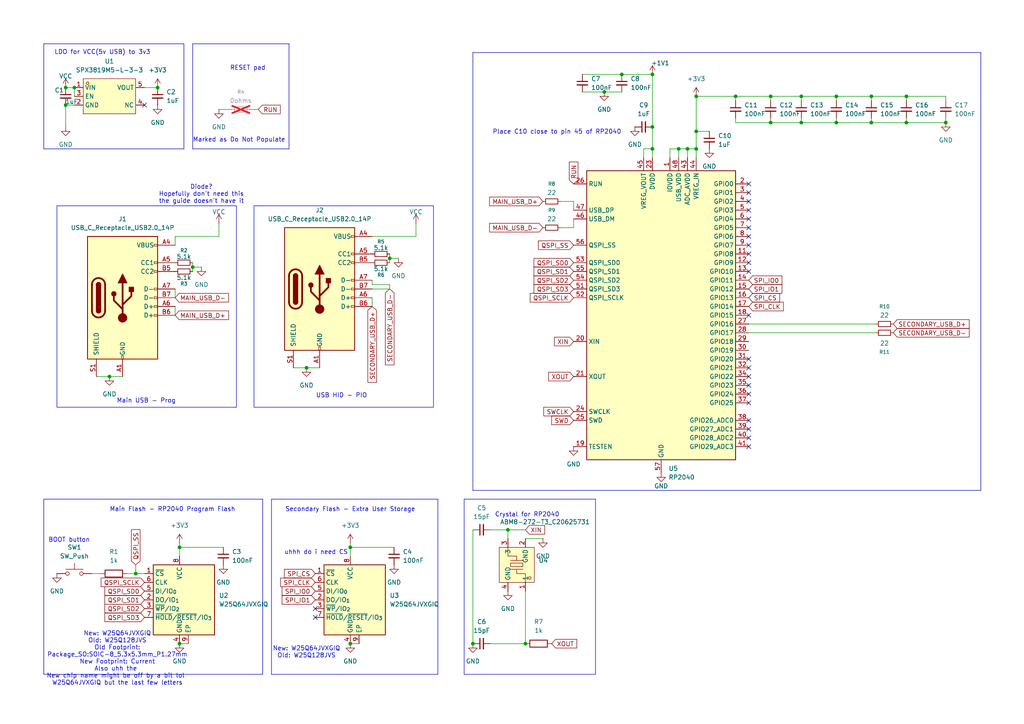
<source format=kicad_sch>
(kicad_sch (version 20250114) (generator "eeschema") (generator_version "9.0")
  (paper "A4")
  (lib_symbols
    (symbol "Connector:USB_C_Receptacle_USB2.0_14P" (pin_names (offset 1.016))
      (property "Reference" "J" (at 0 22.225 0))
      (property "Value" "USB_C_Receptacle_USB2.0_14P" (at 0 19.685 0))
      (symbol "USB_C_Receptacle_USB2.0_14P_0_0"
        (rectangle (start -0.254 -17.78) (end 0.254 -16.764))
        (rectangle (start 10.16 15.494) (end 9.144 14.986))
        (rectangle (start 10.16 10.414) (end 9.144 9.906))
        (rectangle (start 10.16 7.874) (end 9.144 7.366))
        (rectangle (start 10.16 2.794) (end 9.144 2.286))
        (rectangle (start 10.16 0.254) (end 9.144 -0.254))
        (rectangle (start 10.16 -2.286) (end 9.144 -2.794))
        (rectangle (start 10.16 -4.826) (end 9.144 -5.334))
      )
      (symbol "USB_C_Receptacle_USB2.0_14P_0_1"
        (rectangle (start -10.16 17.78) (end 10.16 -17.78) (stroke (width 0.254)) (fill (type background)))
        (polyline (pts (xy -8.89 -3.81) (xy -8.89 3.81)) (stroke (width 0.508)))
        (rectangle (start -7.62 -3.81) (end -6.35 3.81) (stroke (width 0.254)) (fill (type outline)))
        (arc (start -7.62 3.81) (mid -6.985 4.4423) (end -6.35 3.81) (stroke (width 0.254)))
        (arc (start -7.62 3.81) (mid -6.985 4.4423) (end -6.35 3.81) (stroke (width 0.254)) (fill (type outline)))
        (arc (start -8.89 3.81) (mid -6.985 5.7067) (end -5.08 3.81) (stroke (width 0.508)))
        (arc (start -5.08 -3.81) (mid -6.985 -5.7067) (end -8.89 -3.81) (stroke (width 0.508)))
        (arc (start -6.35 -3.81) (mid -6.985 -4.4423) (end -7.62 -3.81) (stroke (width 0.254)))
        (arc (start -6.35 -3.81) (mid -6.985 -4.4423) (end -7.62 -3.81) (stroke (width 0.254)) (fill (type outline)))
        (polyline (pts (xy -5.08 3.81) (xy -5.08 -3.81)) (stroke (width 0.508)))
        (circle (center -2.54 1.143) (radius 0.635) (stroke (width 0.254)) (fill (type outline)))
        (polyline (pts (xy -1.27 4.318) (xy 0 6.858) (xy 1.27 4.318) (xy -1.27 4.318)) (stroke (width 0.254)) (fill (type outline)))
        (polyline (pts (xy 0 -2.032) (xy 2.54 0.508) (xy 2.54 1.778)) (stroke (width 0.508)))
        (polyline (pts (xy 0 -3.302) (xy -2.54 -0.762) (xy -2.54 0.508)) (stroke (width 0.508)))
        (polyline (pts (xy 0 -5.842) (xy 0 4.318)) (stroke (width 0.508)))
        (circle (center 0 -5.842) (radius 1.27) (fill (type outline)))
        (rectangle (start 1.905 1.778) (end 3.175 3.048) (stroke (width 0.254)) (fill (type outline)))
      )
      (symbol "USB_C_Receptacle_USB2.0_14P_1_1"
        (pin passive line (at -7.62 -22.86 90) (length 5.08) (name "SHIELD") (number "S1"))
        (pin passive line (at 0 -22.86 90) (length 5.08) (name "GND") (number "A1"))
        (pin passive line (at 0 -22.86 90) (length 5.08) (hide yes) (name "GND") (number "A12"))
        (pin passive line (at 0 -22.86 90) (length 5.08) (hide yes) (name "GND") (number "B1"))
        (pin passive line (at 0 -22.86 90) (length 5.08) (hide yes) (name "GND") (number "B12"))
        (pin passive line (at 15.24 15.24 180) (length 5.08) (name "VBUS") (number "A4"))
        (pin passive line (at 15.24 15.24 180) (length 5.08) (hide yes) (name "VBUS") (number "A9"))
        (pin passive line (at 15.24 15.24 180) (length 5.08) (hide yes) (name "VBUS") (number "B4"))
        (pin passive line (at 15.24 15.24 180) (length 5.08) (hide yes) (name "VBUS") (number "B9"))
        (pin bidirectional line (at 15.24 10.16 180) (length 5.08) (name "CC1") (number "A5"))
        (pin bidirectional line (at 15.24 7.62 180) (length 5.08) (name "CC2") (number "B5"))
        (pin bidirectional line (at 15.24 2.54 180) (length 5.08) (name "D-") (number "A7"))
        (pin bidirectional line (at 15.24 0 180) (length 5.08) (name "D-") (number "B7"))
        (pin bidirectional line (at 15.24 -2.54 180) (length 5.08) (name "D+") (number "A6"))
        (pin bidirectional line (at 15.24 -5.08 180) (length 5.08) (name "D+") (number "B6"))
      )
    )
    (symbol "Device:C_Small" (pin_numbers (hide yes)) (pin_names (offset 0.254) (hide yes))
      (property "Reference" "C" (at 0.254 1.778 0))
      (property "Value" "C_Small" (at 0.254 -2.032 0))
      (symbol "C_Small_0_1"
        (polyline (pts (xy -1.524 0.508) (xy 1.524 0.508)) (stroke (width 0.3048)))
        (polyline (pts (xy -1.524 -0.508) (xy 1.524 -0.508)) (stroke (width 0.3302)))
      )
      (symbol "C_Small_1_1"
        (pin passive line (at 0 2.54 270) (length 2.032) (name "~") (number "1"))
        (pin passive line (at 0 -2.54 90) (length 2.032) (name "~") (number "2"))
      )
    )
    (symbol "Device:R" (pin_numbers (hide yes)) (pin_names (offset 0))
      (property "Reference" "R" (at 2.032 0 90))
      (property "Value" "R" (at 0 0 90))
      (symbol "R_0_1"
        (rectangle (start -1.016 -2.54) (end 1.016 2.54) (stroke (width 0.254)))
      )
      (symbol "R_1_1"
        (pin passive line (at 0 3.81 270) (length 1.27) (name "~") (number "1"))
        (pin passive line (at 0 -3.81 90) (length 1.27) (name "~") (number "2"))
      )
    )
    (symbol "Device:R_Small" (pin_numbers (hide yes)) (pin_names (offset 0.254) (hide yes))
      (property "Reference" "R" (at 0 0 90))
      (property "Value" "R_Small" (at 1.778 0 90))
      (symbol "R_Small_0_1"
        (rectangle (start -0.762 1.778) (end 0.762 -1.778) (stroke (width 0.2032)))
      )
      (symbol "R_Small_1_1"
        (pin passive line (at 0 2.54 270) (length 0.762) (name "~") (number "1"))
        (pin passive line (at 0 -2.54 90) (length 0.762) (name "~") (number "2"))
      )
    )
    (symbol "MCU_RaspberryPi:RP2040"
      (property "Reference" "U" (at 17.78 45.72 0))
      (property "Value" "RP2040" (at 17.78 43.18 0))
      (symbol "RP2040_0_1"
        (rectangle (start -21.59 41.91) (end 21.59 -41.91) (stroke (width 0.254)) (fill (type background)))
      )
      (symbol "RP2040_1_1"
        (pin input line (at -25.4 38.1 0) (length 3.81) (name "RUN") (number "26"))
        (pin bidirectional line (at -25.4 30.48 0) (length 3.81) (name "USB_DP") (number "47"))
        (pin bidirectional line (at -25.4 27.94 0) (length 3.81) (name "USB_DM") (number "46"))
        (pin bidirectional line (at -25.4 20.32 0) (length 3.81) (name "QSPI_SS") (number "56"))
        (pin bidirectional line (at -25.4 15.24 0) (length 3.81) (name "QSPI_SD0") (number "53"))
        (pin bidirectional line (at -25.4 12.7 0) (length 3.81) (name "QSPI_SD1") (number "55"))
        (pin bidirectional line (at -25.4 10.16 0) (length 3.81) (name "QSPI_SD2") (number "54"))
        (pin bidirectional line (at -25.4 7.62 0) (length 3.81) (name "QSPI_SD3") (number "51"))
        (pin output line (at -25.4 5.08 0) (length 3.81) (name "QSPI_SCLK") (number "52"))
        (pin input line (at -25.4 -7.62 0) (length 3.81) (name "XIN") (number "20"))
        (pin passive line (at -25.4 -17.78 0) (length 3.81) (name "XOUT") (number "21"))
        (pin input line (at -25.4 -27.94 0) (length 3.81) (name "SWCLK") (number "24"))
        (pin bidirectional line (at -25.4 -30.48 0) (length 3.81) (name "SWD") (number "25"))
        (pin input line (at -25.4 -38.1 0) (length 3.81) (name "TESTEN") (number "19"))
        (pin power_out line (at -5.08 45.72 270) (length 3.81) (name "VREG_VOUT") (number "45"))
        (pin power_in line (at -2.54 45.72 270) (length 3.81) (name "DVDD") (number "23"))
        (pin passive line (at -2.54 45.72 270) (length 3.81) (hide yes) (name "DVDD") (number "50"))
        (pin power_in line (at 0 -45.72 90) (length 3.81) (name "GND") (number "57"))
        (pin power_in line (at 2.54 45.72 270) (length 3.81) (name "IOVDD") (number "1"))
        (pin passive line (at 2.54 45.72 270) (length 3.81) (hide yes) (name "IOVDD") (number "10"))
        (pin passive line (at 2.54 45.72 270) (length 3.81) (hide yes) (name "IOVDD") (number "22"))
        (pin passive line (at 2.54 45.72 270) (length 3.81) (hide yes) (name "IOVDD") (number "33"))
        (pin passive line (at 2.54 45.72 270) (length 3.81) (hide yes) (name "IOVDD") (number "42"))
        (pin passive line (at 2.54 45.72 270) (length 3.81) (hide yes) (name "IOVDD") (number "49"))
        (pin power_in line (at 5.08 45.72 270) (length 3.81) (name "USB_VDD") (number "48"))
        (pin power_in line (at 7.62 45.72 270) (length 3.81) (name "ADC_AVDD") (number "43"))
        (pin power_in line (at 10.16 45.72 270) (length 3.81) (name "VREG_IN") (number "44"))
        (pin bidirectional line (at 25.4 38.1 180) (length 3.81) (name "GPIO0") (number "2"))
        (pin bidirectional line (at 25.4 35.56 180) (length 3.81) (name "GPIO1") (number "3"))
        (pin bidirectional line (at 25.4 33.02 180) (length 3.81) (name "GPIO2") (number "4"))
        (pin bidirectional line (at 25.4 30.48 180) (length 3.81) (name "GPIO3") (number "5"))
        (pin bidirectional line (at 25.4 27.94 180) (length 3.81) (name "GPIO4") (number "6"))
        (pin bidirectional line (at 25.4 25.4 180) (length 3.81) (name "GPIO5") (number "7"))
        (pin bidirectional line (at 25.4 22.86 180) (length 3.81) (name "GPIO6") (number "8"))
        (pin bidirectional line (at 25.4 20.32 180) (length 3.81) (name "GPIO7") (number "9"))
        (pin bidirectional line (at 25.4 17.78 180) (length 3.81) (name "GPIO8") (number "11"))
        (pin bidirectional line (at 25.4 15.24 180) (length 3.81) (name "GPIO9") (number "12"))
        (pin bidirectional line (at 25.4 12.7 180) (length 3.81) (name "GPIO10") (number "13"))
        (pin bidirectional line (at 25.4 10.16 180) (length 3.81) (name "GPIO11") (number "14"))
        (pin bidirectional line (at 25.4 7.62 180) (length 3.81) (name "GPIO12") (number "15"))
        (pin bidirectional line (at 25.4 5.08 180) (length 3.81) (name "GPIO13") (number "16"))
        (pin bidirectional line (at 25.4 2.54 180) (length 3.81) (name "GPIO14") (number "17"))
        (pin bidirectional line (at 25.4 0 180) (length 3.81) (name "GPIO15") (number "18"))
        (pin bidirectional line (at 25.4 -2.54 180) (length 3.81) (name "GPIO16") (number "27"))
        (pin bidirectional line (at 25.4 -5.08 180) (length 3.81) (name "GPIO17") (number "28"))
        (pin bidirectional line (at 25.4 -7.62 180) (length 3.81) (name "GPIO18") (number "29"))
        (pin bidirectional line (at 25.4 -10.16 180) (length 3.81) (name "GPIO19") (number "30"))
        (pin bidirectional line (at 25.4 -12.7 180) (length 3.81) (name "GPIO20") (number "31"))
        (pin bidirectional line (at 25.4 -15.24 180) (length 3.81) (name "GPIO21") (number "32"))
        (pin bidirectional line (at 25.4 -17.78 180) (length 3.81) (name "GPIO22") (number "34"))
        (pin bidirectional line (at 25.4 -20.32 180) (length 3.81) (name "GPIO23") (number "35"))
        (pin bidirectional line (at 25.4 -22.86 180) (length 3.81) (name "GPIO24") (number "36"))
        (pin bidirectional line (at 25.4 -25.4 180) (length 3.81) (name "GPIO25") (number "37"))
        (pin bidirectional line (at 25.4 -30.48 180) (length 3.81) (name "GPIO26_ADC0") (number "38"))
        (pin bidirectional line (at 25.4 -33.02 180) (length 3.81) (name "GPIO27_ADC1") (number "39"))
        (pin bidirectional line (at 25.4 -35.56 180) (length 3.81) (name "GPIO28_ADC2") (number "40"))
        (pin bidirectional line (at 25.4 -38.1 180) (length 3.81) (name "GPIO29_ADC3") (number "41"))
      )
    )
    (symbol "Memory_Flash:W25Q128JVE"
      (property "Reference" "U" (at -6.35 11.43 0))
      (property "Value" "W25Q128JVE" (at 7.62 11.43 0))
      (symbol "W25Q128JVE_0_1"
        (rectangle (start -7.62 10.16) (end 10.16 -10.16) (stroke (width 0.254)) (fill (type background)))
      )
      (symbol "W25Q128JVE_1_1"
        (pin input line (at -10.16 7.62 0) (length 2.54) (name "~{CS}") (number "1"))
        (pin input line (at -10.16 5.08 0) (length 2.54) (name "CLK") (number "6"))
        (pin bidirectional line (at -10.16 2.54 0) (length 2.54) (name "DI/IO_{0}") (number "5"))
        (pin bidirectional line (at -10.16 0 0) (length 2.54) (name "DO/IO_{1}") (number "2"))
        (pin bidirectional line (at -10.16 -2.54 0) (length 2.54) (name "~{WP}/IO_{2}") (number "3"))
        (pin bidirectional line (at -10.16 -5.08 0) (length 2.54) (name "~{HOLD}/~{RESET}/IO_{3}") (number "7"))
        (pin power_in line (at 0 12.7 270) (length 2.54) (name "VCC") (number "8"))
        (pin power_in line (at 0 -12.7 90) (length 2.54) (name "GND") (number "4"))
        (pin passive line (at 2.54 -12.7 90) (length 2.54) (name "EP") (number "9"))
      )
    )
    (symbol "Switch:SW_Push" (pin_numbers (hide yes)) (pin_names (offset 1.016) (hide yes))
      (property "Reference" "SW" (at 1.27 2.54 0))
      (property "Value" "SW_Push" (at 0 -1.524 0))
      (symbol "SW_Push_0_1"
        (circle (center -2.032 0) (radius 0.508))
        (polyline (pts (xy 0 1.27) (xy 0 3.048)))
        (circle (center 2.032 0) (radius 0.508))
        (polyline (pts (xy 2.54 1.27) (xy -2.54 1.27)))
        (pin passive line (at -5.08 0 0) (length 2.54) (name "1") (number "1"))
        (pin passive line (at 5.08 0 180) (length 2.54) (name "2") (number "2"))
      )
    )
    (symbol "easyeda2kicad:ABM8-272-T3_C20625731"
      (property "Reference" "U" (at 0 7.62 0))
      (property "Value" "ABM8-272-T3_C20625731" (at 0 -7.62 0))
      (symbol "ABM8-272-T3_C20625731_0_1"
        (rectangle (start -5.08 5.08) (end 5.08 -5.08) (fill (type background)))
        (polyline (pts (xy -5.08 -2.54) (xy -2.54 -2.54) (xy -2.54 0) (xy -1.27 0)))
        (circle (center -3.81 -3.81) (radius 0.38))
        (polyline (pts (xy -1.27 -1.78) (xy -1.27 1.78)))
        (rectangle (start -0.51 1.78) (end 0.51 -1.78) (fill (type background)))
        (polyline (pts (xy 1.27 -1.78) (xy 1.27 1.78)))
        (polyline (pts (xy 5.08 2.54) (xy 2.54 2.54) (xy 2.54 0) (xy 1.27 0)))
        (pin input line (at -7.62 2.54 0) (length 2.54) (name "GND") (number "4"))
        (pin input line (at -7.62 -2.54 0) (length 2.54) (name "1") (number "1"))
        (pin input line (at 7.62 2.54 180) (length 2.54) (name "3") (number "3"))
        (pin input line (at 7.62 -2.54 180) (length 2.54) (name "GND") (number "2"))
      )
    )
    (symbol "easyeda2kicad:SPX3819M5-L-3-3"
      (property "Reference" "U" (at 0 7.62 0))
      (property "Value" "SPX3819M5-L-3-3" (at 0 -7.62 0))
      (symbol "SPX3819M5-L-3-3_0_1"
        (rectangle (start -7.62 5.08) (end 7.62 -5.08) (fill (type background)))
        (circle (center -6.35 3.81) (radius 0.38))
        (pin unspecified line (at -10.16 2.54 0) (length 2.54) (name "VIN") (number "1"))
        (pin unspecified line (at -10.16 0 0) (length 2.54) (name "EN") (number "3"))
        (pin unspecified line (at -10.16 -2.54 0) (length 2.54) (name "GND") (number "2"))
        (pin unspecified line (at 10.16 2.54 180) (length 2.54) (name "VOUT") (number "5"))
        (pin unspecified line (at 10.16 -2.54 180) (length 2.54) (name "NC") (number "4"))
      )
    )
    (symbol "power:+1V1" (power) (pin_numbers (hide yes)) (pin_names (offset 0) (hide yes))
      (property "Value" "+1V1" (at 0 3.556 0))
      (symbol "+1V1_0_1"
        (polyline (pts (xy -0.762 1.27) (xy 0 2.54)))
        (polyline (pts (xy 0 2.54) (xy 0.762 1.27)))
        (polyline (pts (xy 0 0) (xy 0 2.54)))
      )
      (symbol "+1V1_1_1"
        (pin power_in line (at 0 0 90) (length 0) (name "~") (number "1"))
      )
    )
    (symbol "power:+3V3" (power) (pin_numbers (hide yes)) (pin_names (offset 0) (hide yes))
      (property "Value" "+3V3" (at 0 3.556 0))
      (symbol "+3V3_0_1"
        (polyline (pts (xy -0.762 1.27) (xy 0 2.54)))
        (polyline (pts (xy 0 2.54) (xy 0.762 1.27)))
        (polyline (pts (xy 0 0) (xy 0 2.54)))
      )
      (symbol "+3V3_1_1"
        (pin power_in line (at 0 0 90) (length 0) (name "~") (number "1"))
      )
    )
    (symbol "power:GND" (power) (pin_numbers (hide yes)) (pin_names (offset 0) (hide yes))
      (property "Value" "GND" (at 0 -3.81 0))
      (symbol "GND_0_1"
        (polyline (pts (xy 0 0) (xy 0 -1.27) (xy 1.27 -1.27) (xy 0 -2.54) (xy -1.27 -1.27) (xy 0 -1.27)))
      )
      (symbol "GND_1_1"
        (pin power_in line (at 0 0 270) (length 0) (name "~") (number "1"))
      )
    )
    (symbol "power:VCC" (power) (pin_numbers (hide yes)) (pin_names (offset 0) (hide yes))
      (property "Value" "VCC" (at 0 3.556 0))
      (symbol "VCC_0_1"
        (polyline (pts (xy -0.762 1.27) (xy 0 2.54)))
        (polyline (pts (xy 0 2.54) (xy 0.762 1.27)))
        (polyline (pts (xy 0 0) (xy 0 2.54)))
      )
      (symbol "VCC_1_1"
        (pin power_in line (at 0 0 90) (length 0) (name "~") (number "1"))
      )
    )
  )
  (rectangle (start 16.51 59.69) (end 68.58 118.11))
  (rectangle (start 73.66 59.69) (end 125.73 118.11))
  (text "Main USB - Prog\n" (at 42.418 116.332 0) (effects (font (size 1.27 1.27))))
  (text "USB HID - PIO\n" (at 99.06 114.808 0) (effects (font (size 1.27 1.27))))
  (text "uhhh do i need CS\n" (at 91.694 160.274 0) (effects (font (size 1.27 1.27))))
  (text "BOOT button\n" (at 20.066 156.718 0) (effects (font (size 1.27 1.27))))
  (text "RESET pad\n" (at 71.882 19.812 0) (effects (font (size 1.27 1.27))))
  (text "Place C10 close to pin 45 of RP2040\n" (at 161.544 38.354 0) (effects (font (size 1.27 1.27))))
  (text "New: W25Q64JVXGIQ\nOld: W25Q128JVS" (at 88.9 189.23 0) (effects (font (size 1.27 1.27))))
  (text "Main Flash - RP2040 Program Flash\n" (at 50.038 147.828 0) (effects (font (size 1.27 1.27))))
  (text "Marked as Do Not Populate" (at 69.342 40.64 0) (effects (font (size 1.27 1.27))))
  (text "LDO for VCC(5v USB) to 3v3" (at 29.718 15.24 0) (effects (font (size 1.27 1.27))))
  (text "Crystal for RP2040\n" (at 152.908 149.352 0) (effects (font (size 1.27 1.27))))
  (text "Diode?\nHopefully don't need this\nthe guide doesn't have it" (at 58.42 56.388 0) (effects (font (size 1.27 1.27))))
  (text "Secondary Flash - Extra User Storage" (at 101.6 147.828 0) (effects (font (size 1.27 1.27))))
  (text "New: W25Q64JVXGIQ\nOld: W25Q128JVS\nOld Footprint:\nPackage_SO:SOIC-8_5.3x5.3mm_P1.27mm\nNew Footprint: Current\nAlso uhh the \nNew chip name might be off by a bit lol \nW25Q64JVXGIQ but the last few letters" (at 34.036 191.008 0) (effects (font (size 1.27 1.27))))
  (junction (at 180.34 21.59))
  (junction (at 19.05 25.4))
  (junction (at 232.41 35.56))
  (junction (at 31.75 109.22))
  (junction (at 189.23 36.83))
  (junction (at 175.26 26.67))
  (junction (at 147.32 153.67))
  (junction (at 242.57 27.94))
  (junction (at 201.93 27.94))
  (junction (at 88.9 106.68))
  (junction (at 45.72 25.4))
  (junction (at 232.41 27.94))
  (junction (at 196.85 43.18))
  (junction (at 21.59 25.4))
  (junction (at 213.36 27.94))
  (junction (at 19.05 30.48))
  (junction (at 113.03 74.93))
  (junction (at 223.52 27.94))
  (junction (at 201.93 38.1))
  (junction (at 101.6 158.75))
  (junction (at 199.39 43.18))
  (junction (at 252.73 35.56))
  (junction (at 52.07 186.69))
  (junction (at 223.52 35.56))
  (junction (at 189.23 43.18))
  (junction (at 152.4 186.69))
  (junction (at 55.88 77.47))
  (junction (at 189.23 21.59))
  (junction (at 252.73 27.94))
  (junction (at 242.57 35.56))
  (junction (at 201.93 43.18))
  (junction (at 52.07 158.75))
  (junction (at 39.37 166.37))
  (junction (at 262.89 27.94))
  (junction (at 262.89 35.56))
  (junction (at 101.6 186.69))
  (junction (at 137.16 186.69))
  (junction (at 274.32 35.56))
  (no_connect (at 217.17 121.92))
  (no_connect (at 217.17 60.96))
  (no_connect (at 217.17 66.04))
  (no_connect (at 217.17 114.3))
  (no_connect (at 217.17 111.76))
  (no_connect (at 217.17 106.68))
  (no_connect (at 217.17 58.42))
  (no_connect (at 217.17 129.54))
  (no_connect (at 217.17 73.66))
  (no_connect (at 217.17 124.46))
  (no_connect (at 217.17 55.88))
  (no_connect (at 91.44 179.07))
  (no_connect (at 217.17 63.5))
  (no_connect (at 41.91 30.48))
  (no_connect (at 91.44 176.53))
  (no_connect (at 217.17 91.44))
  (no_connect (at 217.17 104.14))
  (no_connect (at 217.17 116.84))
  (no_connect (at 217.17 68.58))
  (no_connect (at 217.17 109.22))
  (no_connect (at 217.17 78.74))
  (no_connect (at 217.17 53.34))
  (no_connect (at 217.17 127))
  (no_connect (at 217.17 71.12))
  (no_connect (at 217.17 76.2))
  (polyline (pts (xy 78.74 195.58) (xy 127 195.58)))
  (wire (pts (xy 213.36 27.94) (xy 213.36 29.21)))
  (wire (pts (xy 262.89 27.94) (xy 262.89 29.21)))
  (wire (pts (xy 107.95 86.36) (xy 107.95 88.9)))
  (wire (pts (xy 21.59 25.4) (xy 21.59 27.94)))
  (wire (pts (xy 39.37 163.83) (xy 39.37 166.37)))
  (wire (pts (xy 107.95 82.55) (xy 107.95 81.28)))
  (wire (pts (xy 113.03 73.66) (xy 113.03 74.93)))
  (wire (pts (xy 189.23 43.18) (xy 189.23 45.72)))
  (polyline (pts (xy 53.34 43.18) (xy 12.7 43.18)))
  (wire (pts (xy 252.73 27.94) (xy 262.89 27.94)))
  (wire (pts (xy 166.37 66.04) (xy 166.37 63.5)))
  (wire (pts (xy 52.07 157.48) (xy 52.07 158.75)))
  (wire (pts (xy 223.52 27.94) (xy 223.52 29.21)))
  (wire (pts (xy 113.03 82.55) (xy 113.03 83.82)))
  (polyline (pts (xy 284.48 15.24) (xy 137.16 15.24)))
  (wire (pts (xy 232.41 35.56) (xy 242.57 35.56)))
  (wire (pts (xy 50.8 88.9) (xy 50.8 91.44)))
  (wire (pts (xy 113.03 74.93) (xy 115.57 74.93)))
  (wire (pts (xy 232.41 27.94) (xy 232.41 29.21)))
  (wire (pts (xy 50.8 71.12) (xy 50.8 68.58)))
  (wire (pts (xy 201.93 27.94) (xy 213.36 27.94)))
  (wire (pts (xy 152.4 171.45) (xy 152.4 186.69)))
  (wire (pts (xy 232.41 27.94) (xy 242.57 27.94)))
  (polyline (pts (xy 78.74 144.78) (xy 127 144.78)))
  (polyline (pts (xy 12.7 12.7) (xy 12.7 43.18)))
  (polyline (pts (xy 83.82 43.18) (xy 83.82 12.7)))
  (polyline (pts (xy 12.7 12.7) (xy 53.34 12.7)))
  (polyline (pts (xy 76.2 195.58) (xy 12.7 195.58)))
  (wire (pts (xy 26.67 166.37) (xy 29.21 166.37)))
  (wire (pts (xy 262.89 35.56) (xy 262.89 34.29)))
  (wire (pts (xy 52.07 186.69) (xy 54.61 186.69)))
  (wire (pts (xy 50.8 68.58) (xy 63.5 68.58)))
  (wire (pts (xy 262.89 35.56) (xy 274.32 35.56)))
  (wire (pts (xy 242.57 35.56) (xy 242.57 34.29)))
  (wire (pts (xy 101.6 158.75) (xy 114.3 158.75)))
  (wire (pts (xy 242.57 35.56) (xy 252.73 35.56)))
  (polyline (pts (xy 78.74 144.78) (xy 78.74 195.58)))
  (wire (pts (xy 201.93 27.94) (xy 201.93 38.1)))
  (wire (pts (xy 232.41 35.56) (xy 232.41 34.29)))
  (wire (pts (xy 242.57 27.94) (xy 252.73 27.94)))
  (wire (pts (xy 196.85 43.18) (xy 196.85 45.72)))
  (wire (pts (xy 27.94 109.22) (xy 31.75 109.22)))
  (polyline (pts (xy 134.62 144.78) (xy 134.62 195.58)))
  (wire (pts (xy 252.73 35.56) (xy 252.73 34.29)))
  (wire (pts (xy 194.31 45.72) (xy 194.31 43.18)))
  (wire (pts (xy 242.57 27.94) (xy 242.57 29.21)))
  (wire (pts (xy 19.05 25.4) (xy 21.59 25.4)))
  (polyline (pts (xy 76.2 144.78) (xy 76.2 195.58)))
  (wire (pts (xy 199.39 43.18) (xy 196.85 43.18)))
  (wire (pts (xy 189.23 36.83) (xy 189.23 43.18)))
  (wire (pts (xy 189.23 21.59) (xy 189.23 36.83)))
  (wire (pts (xy 52.07 158.75) (xy 64.77 158.75)))
  (wire (pts (xy 175.26 26.67) (xy 180.34 26.67)))
  (wire (pts (xy 168.91 21.59) (xy 180.34 21.59)))
  (wire (pts (xy 274.32 27.94) (xy 274.32 29.21)))
  (wire (pts (xy 137.16 153.67) (xy 137.16 186.69)))
  (wire (pts (xy 252.73 27.94) (xy 252.73 29.21)))
  (polyline (pts (xy 137.16 142.24) (xy 284.48 142.24)))
  (wire (pts (xy 55.88 76.2) (xy 55.88 77.47)))
  (wire (pts (xy 186.69 43.18) (xy 189.23 43.18)))
  (wire (pts (xy 194.31 43.18) (xy 196.85 43.18)))
  (wire (pts (xy 223.52 27.94) (xy 232.41 27.94)))
  (wire (pts (xy 88.9 106.68) (xy 92.71 106.68)))
  (wire (pts (xy 147.32 153.67) (xy 152.4 153.67)))
  (polyline (pts (xy 55.88 12.7) (xy 83.82 12.7)))
  (wire (pts (xy 213.36 35.56) (xy 223.52 35.56)))
  (polyline (pts (xy 172.72 195.58) (xy 172.72 144.78)))
  (wire (pts (xy 274.32 35.56) (xy 274.32 34.29)))
  (wire (pts (xy 213.36 35.56) (xy 213.36 34.29)))
  (wire (pts (xy 63.5 64.77) (xy 63.5 68.58)))
  (wire (pts (xy 142.24 153.67) (xy 147.32 153.67)))
  (wire (pts (xy 205.74 38.1) (xy 201.93 38.1)))
  (wire (pts (xy 107.95 68.58) (xy 120.65 68.58)))
  (polyline (pts (xy 71.12 144.78) (xy 76.2 144.78)))
  (wire (pts (xy 217.17 93.98) (xy 254 93.98)))
  (wire (pts (xy 166.37 58.42) (xy 166.37 60.96)))
  (wire (pts (xy 180.34 21.59) (xy 189.23 21.59)))
  (wire (pts (xy 213.36 27.94) (xy 223.52 27.94)))
  (wire (pts (xy 201.93 38.1) (xy 201.93 43.18)))
  (polyline (pts (xy 55.88 43.18) (xy 83.82 43.18)))
  (wire (pts (xy 252.73 35.56) (xy 262.89 35.56)))
  (wire (pts (xy 199.39 45.72) (xy 199.39 43.18)))
  (wire (pts (xy 217.17 96.52) (xy 254 96.52)))
  (wire (pts (xy 72.39 31.75) (xy 74.93 31.75)))
  (wire (pts (xy 262.89 27.94) (xy 274.32 27.94)))
  (wire (pts (xy 201.93 45.72) (xy 201.93 43.18)))
  (wire (pts (xy 152.4 156.21) (xy 157.48 156.21)))
  (wire (pts (xy 168.91 26.67) (xy 175.26 26.67)))
  (wire (pts (xy 147.32 153.67) (xy 147.32 156.21)))
  (wire (pts (xy 41.91 25.4) (xy 45.72 25.4)))
  (wire (pts (xy 31.75 109.22) (xy 35.56 109.22)))
  (polyline (pts (xy 284.48 142.24) (xy 284.48 15.24)))
  (wire (pts (xy 162.56 58.42) (xy 166.37 58.42)))
  (polyline (pts (xy 12.7 144.78) (xy 71.12 144.78)))
  (wire (pts (xy 63.5 31.75) (xy 67.31 31.75)))
  (wire (pts (xy 55.88 77.47) (xy 58.42 77.47)))
  (wire (pts (xy 113.03 74.93) (xy 113.03 76.2)))
  (wire (pts (xy 101.6 157.48) (xy 101.6 158.75)))
  (wire (pts (xy 186.69 45.72) (xy 186.69 43.18)))
  (wire (pts (xy 52.07 158.75) (xy 52.07 161.29)))
  (wire (pts (xy 36.83 166.37) (xy 39.37 166.37)))
  (wire (pts (xy 162.56 66.04) (xy 166.37 66.04)))
  (wire (pts (xy 19.05 30.48) (xy 21.59 30.48)))
  (polyline (pts (xy 53.34 12.7) (xy 53.34 43.18)))
  (wire (pts (xy 19.05 36.83) (xy 19.05 30.48)))
  (wire (pts (xy 101.6 158.75) (xy 101.6 161.29)))
  (wire (pts (xy 113.03 82.55) (xy 107.95 82.55)))
  (wire (pts (xy 142.24 186.69) (xy 152.4 186.69)))
  (wire (pts (xy 50.8 83.82) (xy 50.8 86.36)))
  (wire (pts (xy 85.09 106.68) (xy 88.9 106.68)))
  (wire (pts (xy 201.93 43.18) (xy 199.39 43.18)))
  (wire (pts (xy 223.52 35.56) (xy 223.52 34.29)))
  (wire (pts (xy 101.6 186.69) (xy 104.14 186.69)))
  (polyline (pts (xy 12.7 195.58) (xy 12.7 144.78)))
  (polyline (pts (xy 134.62 144.78) (xy 172.72 144.78)))
  (polyline (pts (xy 137.16 17.78) (xy 137.16 142.24)))
  (wire (pts (xy 113.03 83.82) (xy 107.95 83.82)))
  (polyline (pts (xy 127 195.58) (xy 127 144.78)))
  (wire (pts (xy 120.65 64.77) (xy 120.65 68.58)))
  (wire (pts (xy 39.37 166.37) (xy 41.91 166.37)))
  (polyline (pts (xy 55.88 12.7) (xy 55.88 43.18)))
  (wire (pts (xy 223.52 35.56) (xy 232.41 35.56)))
  (polyline (pts (xy 134.62 195.58) (xy 172.72 195.58)))
  (polyline (pts (xy 137.16 15.24) (xy 137.16 17.78)))
  (wire (pts (xy 55.88 77.47) (xy 55.88 78.74)))
  (global_label "SPI_CS" (shape input) (at 217.17 86.36 0) (property "Intersheetrefs" "${INTERSHEET_REFS}" (effects (hide yes))))
  (global_label "MAIN_USB_D+" (shape input) (at 157.48 58.42 180) (property "Intersheetrefs" "${INTERSHEET_REFS}" (effects (hide yes))))
  (global_label "SECONDARY_USB_D+" (shape input) (at 107.95 88.9 270) (property "Intersheetrefs" "${INTERSHEET_REFS}" (effects (hide yes))))
  (global_label "SPI_IO0" (shape input) (at 91.44 171.45 180) (property "Intersheetrefs" "${INTERSHEET_REFS}" (effects (hide yes))))
  (global_label "XIN" (shape input) (at 152.4 153.67 0) (property "Intersheetrefs" "${INTERSHEET_REFS}" (effects (hide yes))))
  (global_label "XIN" (shape input) (at 166.37 99.06 180) (property "Intersheetrefs" "${INTERSHEET_REFS}" (effects (hide yes))))
  (global_label "QSPI_SD3" (shape input) (at 166.37 83.82 180) (property "Intersheetrefs" "${INTERSHEET_REFS}" (effects (hide yes))))
  (global_label "RUN" (shape input) (at 74.93 31.75 0) (property "Intersheetrefs" "${INTERSHEET_REFS}" (effects (hide yes))))
  (global_label "SWCLK" (shape input) (at 166.37 119.38 180) (property "Intersheetrefs" "${INTERSHEET_REFS}" (effects (hide yes))))
  (global_label "RUN" (shape input) (at 166.37 53.34 90) (property "Intersheetrefs" "${INTERSHEET_REFS}" (effects (hide yes))))
  (global_label "SECONDARY_USB_D-" (shape input) (at 113.03 83.82 270) (property "Intersheetrefs" "${INTERSHEET_REFS}" (effects (hide yes))))
  (global_label "SPI_IO1" (shape input) (at 217.17 83.82 0) (property "Intersheetrefs" "${INTERSHEET_REFS}" (effects (hide yes))))
  (global_label "MAIN_USB_D-" (shape input) (at 50.8 86.36 0) (property "Intersheetrefs" "${INTERSHEET_REFS}" (effects (hide yes))))
  (global_label "QSPI_SD1" (shape input) (at 166.37 78.74 180) (property "Intersheetrefs" "${INTERSHEET_REFS}" (effects (hide yes))))
  (global_label "SECONDARY_USB_D+" (shape input) (at 259.08 93.98 0) (property "Intersheetrefs" "${INTERSHEET_REFS}" (effects (hide yes))))
  (global_label "XOUT" (shape input) (at 166.37 109.22 180) (property "Intersheetrefs" "${INTERSHEET_REFS}" (effects (hide yes))))
  (global_label "SPI_CLK" (shape input) (at 91.44 168.91 180) (property "Intersheetrefs" "${INTERSHEET_REFS}" (effects (hide yes))))
  (global_label "SPI_CLK" (shape input) (at 217.17 88.9 0) (property "Intersheetrefs" "${INTERSHEET_REFS}" (effects (hide yes))))
  (global_label "XOUT" (shape input) (at 160.02 186.69 0) (property "Intersheetrefs" "${INTERSHEET_REFS}" (effects (hide yes))))
  (global_label "QSPI_SCLK" (shape input) (at 166.37 86.36 180) (property "Intersheetrefs" "${INTERSHEET_REFS}" (effects (hide yes))))
  (global_label "QSPI_SS" (shape input) (at 166.37 71.12 180) (property "Intersheetrefs" "${INTERSHEET_REFS}" (effects (hide yes))))
  (global_label "SPI_IO1" (shape input) (at 91.44 173.99 180) (property "Intersheetrefs" "${INTERSHEET_REFS}" (effects (hide yes))))
  (global_label "QSPI_SD0" (shape input) (at 166.37 76.2 180) (property "Intersheetrefs" "${INTERSHEET_REFS}" (effects (hide yes))))
  (global_label "SPI_IO0" (shape input) (at 217.17 81.28 0) (property "Intersheetrefs" "${INTERSHEET_REFS}" (effects (hide yes))))
  (global_label "SPI_CS" (shape input) (at 91.44 166.37 180) (property "Intersheetrefs" "${INTERSHEET_REFS}" (effects (hide yes))))
  (global_label "SECONDARY_USB_D-" (shape input) (at 259.08 96.52 0) (property "Intersheetrefs" "${INTERSHEET_REFS}" (effects (hide yes))))
  (global_label "MAIN_USB_D-" (shape input) (at 157.48 66.04 180) (property "Intersheetrefs" "${INTERSHEET_REFS}" (effects (hide yes))))
  (global_label "QSPI_SD2" (shape input) (at 41.91 176.53 180) (property "Intersheetrefs" "${INTERSHEET_REFS}" (effects (hide yes))))
  (global_label "MAIN_USB_D+" (shape input) (at 50.8 91.44 0) (property "Intersheetrefs" "${INTERSHEET_REFS}" (effects (hide yes))))
  (global_label "QSPI_SD2" (shape input) (at 166.37 81.28 180) (property "Intersheetrefs" "${INTERSHEET_REFS}" (effects (hide yes))))
  (global_label "QSPI_SCLK" (shape input) (at 41.91 168.91 180) (property "Intersheetrefs" "${INTERSHEET_REFS}" (effects (hide yes))))
  (global_label "QSPI_SD3" (shape input) (at 41.91 179.07 180) (property "Intersheetrefs" "${INTERSHEET_REFS}" (effects (hide yes))))
  (global_label "QSPI_SD0" (shape input) (at 41.91 171.45 180) (property "Intersheetrefs" "${INTERSHEET_REFS}" (effects (hide yes))))
  (global_label "QSPI_SD1" (shape input) (at 41.91 173.99 180) (property "Intersheetrefs" "${INTERSHEET_REFS}" (effects (hide yes))))
  (global_label "SWD" (shape input) (at 166.37 121.92 180) (property "Intersheetrefs" "${INTERSHEET_REFS}" (effects (hide yes))))
  (global_label "QSPI_SS" (shape input) (at 39.37 163.83 90) (property "Intersheetrefs" "${INTERSHEET_REFS}" (effects (hide yes))))
  (symbol (lib_id "Device:C_Small") (at 139.7 186.69 90) (unit 1)
    (property "Reference" "C6" (at 139.7063 180.34 90))
    (property "Value" "15pF" (at 139.7063 182.88 90))
    (property "Footprint" "Capacitor_SMD:C_0402_1005Metric" (effects (hide yes)))
    (property "Description" "Unpolarized capacitor, small symbol" (effects (hide yes)))
  )
  (symbol (lib_id "MCU_RaspberryPi:RP2040") (at 191.77 91.44 0) (unit 1)
    (property "Reference" "U5" (at 193.9133 135.89 0) (effects (justify left)))
    (property "Value" "RP2040" (at 193.9133 138.43 0) (effects (justify left)))
    (property "Footprint" "Package_DFN_QFN:QFN-56-1EP_7x7mm_P0.4mm_EP3.2x3.2mm" (effects (hide yes)))
    (property "Datasheet" "https://datasheets.raspberrypi.com/rp2040/rp2040-datasheet.pdf" (effects (hide yes)))
    (property "Description" "A microcontroller by Raspberry Pi" (effects (hide yes)))
  )
  (symbol (lib_id "Device:C_Small") (at 252.73 31.75 0) (unit 1)
    (property "Reference" "C15" (at 255.27 30.4862 0) (effects (justify left)))
    (property "Value" "100nF" (at 255.27 33.0262 0) (effects (justify left)))
    (property "Footprint" "Capacitor_SMD:C_0402_1005Metric" (effects (hide yes)))
    (property "Description" "Unpolarized capacitor, small symbol" (effects (hide yes)))
  )
  (symbol (lib_id "Device:R_Small") (at 69.85 31.75 90) (unit 1) (dnp yes)
    (property "Reference" "R4" (at 69.85 26.67 90) (effects (font (size 1.016 1.016))))
    (property "Value" "0ohms" (at 69.85 29.21 90))
    (property "Footprint" "Capacitor_SMD:C_0402_1005Metric" (effects (hide yes)))
    (property "Description" "Resistor, small symbol" (effects (hide yes)))
  )
  (symbol (lib_id "power:VCC") (at 19.05 25.4 0) (unit 1)
    (property "Reference" "#PWR02" (effects (hide yes)))
    (property "Value" "VCC" (at 19.05 22.098 0))
    (property "Description" "Power symbol creates a global label with name \"VCC\"" (effects (hide yes)))
  )
  (symbol (lib_id "power:GND") (at 205.74 43.18 0) (unit 1)
    (property "Reference" "#PWR028" (effects (hide yes)))
    (property "Value" "GND" (at 205.74 48.26 0))
    (property "Description" "Power symbol creates a global label with name \"GND\" , ground" (effects (hide yes)))
  )
  (symbol (lib_id "Device:C_Small") (at 232.41 31.75 0) (unit 1)
    (property "Reference" "C13" (at 234.95 30.4862 0) (effects (justify left)))
    (property "Value" "100nF" (at 234.95 33.0262 0) (effects (justify left)))
    (property "Footprint" "Capacitor_SMD:C_0402_1005Metric" (effects (hide yes)))
    (property "Description" "Unpolarized capacitor, small symbol" (effects (hide yes)))
  )
  (symbol (lib_id "power:GND") (at 114.3 163.83 0) (unit 1)
    (property "Reference" "#PWR016" (effects (hide yes)))
    (property "Value" "GND" (at 114.3 168.91 0))
    (property "Description" "Power symbol creates a global label with name \"GND\" , ground" (effects (hide yes)))
  )
  (symbol (lib_id "power:GND") (at 45.72 30.48 0) (unit 1)
    (property "Reference" "#PWR06" (effects (hide yes)))
    (property "Value" "GND" (at 45.72 35.56 0))
    (property "Description" "Power symbol creates a global label with name \"GND\" , ground" (effects (hide yes)))
  )
  (symbol (lib_id "Device:C_Small") (at 242.57 31.75 0) (unit 1)
    (property "Reference" "C14" (at 245.11 30.4862 0) (effects (justify left)))
    (property "Value" "100nF" (at 245.11 33.0262 0) (effects (justify left)))
    (property "Footprint" "Capacitor_SMD:C_0402_1005Metric" (effects (hide yes)))
    (property "Description" "Unpolarized capacitor, small symbol" (effects (hide yes)))
  )
  (symbol (lib_id "power:GND") (at 157.48 156.21 0) (mirror y) (unit 1)
    (property "Reference" "#PWR021" (effects (hide yes)))
    (property "Value" "GND" (at 157.48 161.29 0))
    (property "Description" "Power symbol creates a global label with name \"GND\" , ground" (effects (hide yes)))
  )
  (symbol (lib_id "power:GND") (at 101.6 186.69 0) (unit 1)
    (property "Reference" "#PWR015" (effects (hide yes)))
    (property "Value" "GND" (at 101.6 191.77 0))
    (property "Description" "Power symbol creates a global label with name \"GND\" , ground" (effects (hide yes)))
  )
  (symbol (lib_id "power:GND") (at 191.77 137.16 0) (unit 1)
    (property "Reference" "#PWR026" (effects (hide yes)))
    (property "Value" "GND" (at 191.77 140.97 0))
    (property "Description" "Power symbol creates a global label with name \"GND\" , ground" (effects (hide yes)))
  )
  (symbol (lib_id "Device:R_Small") (at 256.54 93.98 90) (unit 1)
    (property "Reference" "R10" (at 256.54 88.9 90) (effects (font (size 1.016 1.016))))
    (property "Value" "22" (at 256.54 91.44 90))
    (property "Footprint" "Capacitor_SMD:C_0402_1005Metric" (effects (hide yes)))
    (property "Description" "Resistor, small symbol" (effects (hide yes)))
  )
  (symbol (lib_id "power:+3V3") (at 45.72 25.4 0) (unit 1)
    (property "Reference" "#PWR05" (effects (hide yes)))
    (property "Value" "+3V3" (at 45.72 20.32 0))
    (property "Description" "Power symbol creates a global label with name \"+3V3\"" (effects (hide yes)))
  )
  (symbol (lib_id "Memory_Flash:W25Q128JVE") (at 52.07 173.99 0) (unit 1)
    (property "Reference" "U2" (at 63.5 172.7199 0) (effects (justify left)))
    (property "Value" "W25Q64JVXGIQ" (at 63.5 175.2599 0) (effects (justify left)))
    (property "Footprint" "easyeda2kicad:XSON-8_L4.0-W4.0-P0.80-TL-EP" (effects (hide yes)))
    (property "Datasheet" "https://www.winbond.com/resource-files/w25q128jv_dtr%20revc%2003272018%20plus.pdf" (effects (hide yes)))
    (property "Description" "128Mbit / 16MiB Serial Flash Memory, Standard/Dual/Quad SPI, 2.7-3.6V, WSON-8" (effects (hide yes)))
  )
  (symbol (lib_id "power:GND") (at 52.07 186.69 0) (unit 1)
    (property "Reference" "#PWR08" (effects (hide yes)))
    (property "Value" "GND" (at 52.07 191.77 0))
    (property "Description" "Power symbol creates a global label with name \"GND\" , ground" (effects (hide yes)))
  )
  (symbol (lib_id "power:GND") (at 184.15 36.83 0) (unit 1)
    (property "Reference" "#PWR024" (effects (hide yes)))
    (property "Value" "GND" (at 184.15 41.91 0))
    (property "Description" "Power symbol creates a global label with name \"GND\" , ground" (effects (hide yes)))
  )
  (symbol (lib_id "Device:C_Small") (at 64.77 161.29 0) (unit 1)
    (property "Reference" "C3" (at 67.31 160.0262 0) (effects (justify left)))
    (property "Value" "100nF" (at 67.31 162.5662 0) (effects (justify left)))
    (property "Footprint" "Capacitor_SMD:C_0402_1005Metric" (effects (hide yes)))
    (property "Description" "Unpolarized capacitor, small symbol" (effects (hide yes)))
  )
  (symbol (lib_id "Device:C_Small") (at 45.72 27.94 0) (unit 1)
    (property "Reference" "C2" (at 48.26 26.6762 0) (effects (justify left)))
    (property "Value" "1uF" (at 48.26 29.2162 0) (effects (justify left)))
    (property "Footprint" "Capacitor_SMD:C_0402_1005Metric" (effects (hide yes)))
    (property "Description" "Unpolarized capacitor, small symbol" (effects (hide yes)))
  )
  (symbol (lib_id "power:+3V3") (at 101.6 157.48 0) (unit 1)
    (property "Reference" "#PWR014" (effects (hide yes)))
    (property "Value" "+3V3" (at 101.6 152.4 0))
    (property "Description" "Power symbol creates a global label with name \"+3V3\"" (effects (hide yes)))
  )
  (symbol (lib_id "Device:C_Small") (at 274.32 31.75 0) (unit 1)
    (property "Reference" "C17" (at 276.86 30.4862 0) (effects (justify left)))
    (property "Value" "100nF" (at 276.86 33.0262 0) (effects (justify left)))
    (property "Footprint" "Capacitor_SMD:C_0402_1005Metric" (effects (hide yes)))
    (property "Description" "Unpolarized capacitor, small symbol" (effects (hide yes)))
  )
  (symbol (lib_id "power:GND") (at 19.05 36.83 0) (unit 1)
    (property "Reference" "#PWR03" (effects (hide yes)))
    (property "Value" "GND" (at 19.05 41.91 0))
    (property "Description" "Power symbol creates a global label with name \"GND\" , ground" (effects (hide yes)))
  )
  (symbol (lib_id "Device:C_Small") (at 262.89 31.75 0) (unit 1)
    (property "Reference" "C16" (at 265.43 30.4862 0) (effects (justify left)))
    (property "Value" "100nF" (at 265.43 33.0262 0) (effects (justify left)))
    (property "Footprint" "Capacitor_SMD:C_0402_1005Metric" (effects (hide yes)))
    (property "Description" "Unpolarized capacitor, small symbol" (effects (hide yes)))
  )
  (symbol (lib_id "power:GND") (at 63.5 31.75 0) (mirror y) (unit 1)
    (property "Reference" "#PWR010" (effects (hide yes)))
    (property "Value" "GND" (at 63.5 36.83 0))
    (property "Description" "Power symbol creates a global label with name \"GND\" , ground" (effects (hide yes)))
  )
  (symbol (lib_id "Device:R_Small") (at 256.54 96.52 90) (unit 1)
    (property "Reference" "R11" (at 256.54 102.108 90) (effects (font (size 1.016 1.016))))
    (property "Value" "22" (at 256.54 99.568 90))
    (property "Footprint" "Capacitor_SMD:C_0402_1005Metric" (effects (hide yes)))
    (property "Description" "Resistor, small symbol" (effects (hide yes)))
  )
  (symbol (lib_id "Device:R_Small") (at 160.02 58.42 270) (unit 1)
    (property "Reference" "R8" (at 160.02 53.34 90) (effects (font (size 1.016 1.016))))
    (property "Value" "22" (at 160.02 55.88 90))
    (property "Footprint" "Capacitor_SMD:C_0402_1005Metric" (effects (hide yes)))
    (property "Description" "Resistor, small symbol" (effects (hide yes)))
  )
  (symbol (lib_id "Device:C_Small") (at 213.36 31.75 0) (unit 1)
    (property "Reference" "C11" (at 215.9 30.4862 0) (effects (justify left)))
    (property "Value" "100nF" (at 215.9 33.0262 0) (effects (justify left)))
    (property "Footprint" "Capacitor_SMD:C_0402_1005Metric" (effects (hide yes)))
    (property "Description" "Unpolarized capacitor, small symbol" (effects (hide yes)))
  )
  (symbol (lib_id "Device:R_Small") (at 53.34 78.74 270) (unit 1)
    (property "Reference" "R3" (at 53.34 82.296 90) (effects (font (size 1.016 1.016))))
    (property "Value" "5.1k" (at 53.34 80.518 90))
    (property "Footprint" "Capacitor_SMD:C_0402_1005Metric" (effects (hide yes)))
    (property "Description" "Resistor, small symbol" (effects (hide yes)))
  )
  (symbol (lib_id "power:VCC") (at 63.5 64.77 0) (unit 1)
    (property "Reference" "#PWR011" (effects (hide yes)))
    (property "Value" "VCC" (at 63.5 61.468 0))
    (property "Description" "Power symbol creates a global label with name \"VCC\"" (effects (hide yes)))
  )
  (symbol (lib_id "Device:C_Small") (at 114.3 161.29 0) (unit 1)
    (property "Reference" "C4" (at 116.84 160.0262 0) (effects (justify left)))
    (property "Value" "100nF" (at 116.84 162.5662 0) (effects (justify left)))
    (property "Footprint" "Capacitor_SMD:C_0402_1005Metric" (effects (hide yes)))
    (property "Description" "Unpolarized capacitor, small symbol" (effects (hide yes)))
  )
  (symbol (lib_id "Connector:USB_C_Receptacle_USB2.0_14P") (at 92.71 83.82 0) (unit 1)
    (property "Reference" "J2" (at 92.71 60.96 0))
    (property "Value" "USB_C_Receptacle_USB2.0_14P" (at 92.71 63.5 0))
    (property "Footprint" "Connector_USB:USB_C_Receptacle_HRO_TYPE-C-31-M-12" (effects (hide yes)))
    (property "Datasheet" "https://www.usb.org/sites/default/files/documents/usb_type-c.zip" (effects (hide yes)))
    (property "Description" "USB 2.0-only 14P Type-C Receptacle connector" (effects (hide yes)))
  )
  (symbol (lib_id "Device:R") (at 156.21 186.69 90) (unit 1)
    (property "Reference" "R7" (at 156.21 180.34 90))
    (property "Value" "1k" (at 156.21 182.88 90))
    (property "Footprint" "Capacitor_SMD:C_0402_1005Metric" (effects (hide yes)))
    (property "Description" "Resistor" (effects (hide yes)))
  )
  (symbol (lib_id "Device:C_Small") (at 19.05 27.94 0) (mirror y) (unit 1)
    (property "Reference" "C1" (at 18.542 26.162 0) (effects (justify left)))
    (property "Value" "1uF" (at 22.606 29.464 0) (effects (justify left)))
    (property "Footprint" "Capacitor_SMD:C_0402_1005Metric" (effects (hide yes)))
    (property "Description" "Unpolarized capacitor, small symbol" (effects (hide yes)))
  )
  (symbol (lib_id "Device:C_Small") (at 205.74 40.64 0) (unit 1)
    (property "Reference" "C10" (at 208.28 39.3762 0) (effects (justify left)))
    (property "Value" "1uF" (at 208.28 41.9162 0) (effects (justify left)))
    (property "Footprint" "Capacitor_SMD:C_0402_1005Metric" (effects (hide yes)))
    (property "Description" "Unpolarized capacitor, small symbol" (effects (hide yes)))
  )
  (symbol (lib_id "power:GND") (at 137.16 186.69 0) (unit 1)
    (property "Reference" "#PWR019" (effects (hide yes)))
    (property "Value" "GND" (at 137.16 191.77 0))
    (property "Description" "Power symbol creates a global label with name \"GND\" , ground" (effects (hide yes)))
  )
  (symbol (lib_id "power:+3V3") (at 201.93 27.94 0) (unit 1)
    (property "Reference" "#PWR027" (effects (hide yes)))
    (property "Value" "+3V3" (at 201.93 22.86 0))
    (property "Description" "Power symbol creates a global label with name \"+3V3\"" (effects (hide yes)))
  )
  (symbol (lib_id "Device:C_Small") (at 168.91 24.13 0) (unit 1)
    (property "Reference" "C7" (at 171.45 22.8662 0) (effects (justify left)))
    (property "Value" "100nF" (at 171.45 25.4062 0) (effects (justify left)))
    (property "Footprint" "Capacitor_SMD:C_0402_1005Metric" (effects (hide yes)))
    (property "Description" "Unpolarized capacitor, small symbol" (effects (hide yes)))
  )
  (symbol (lib_id "power:+1V1") (at 189.23 21.59 0) (unit 1)
    (property "Reference" "#PWR025" (effects (hide yes)))
    (property "Value" "+1V1" (at 191.516 18.288 0))
    (property "Description" "Power symbol creates a global label with name \"+1V1\"" (effects (hide yes)))
  )
  (symbol (lib_id "power:GND") (at 147.32 171.45 0) (unit 1)
    (property "Reference" "#PWR020" (effects (hide yes)))
    (property "Value" "GND" (at 147.32 176.53 0))
    (property "Description" "Power symbol creates a global label with name \"GND\" , ground" (effects (hide yes)))
  )
  (symbol (lib_id "power:GND") (at 64.77 163.83 0) (unit 1)
    (property "Reference" "#PWR012" (effects (hide yes)))
    (property "Value" "GND" (at 64.77 168.91 0))
    (property "Description" "Power symbol creates a global label with name \"GND\" , ground" (effects (hide yes)))
  )
  (symbol (lib_id "power:GND") (at 115.57 74.93 0) (unit 1)
    (property "Reference" "#PWR017" (effects (hide yes)))
    (property "Value" "GND" (at 115.57 80.01 0))
    (property "Description" "Power symbol creates a global label with name \"GND\" , ground" (effects (hide yes)))
  )
  (symbol (lib_id "power:VCC") (at 120.65 64.77 0) (unit 1)
    (property "Reference" "#PWR018" (effects (hide yes)))
    (property "Value" "VCC" (at 120.65 61.468 0))
    (property "Description" "Power symbol creates a global label with name \"VCC\"" (effects (hide yes)))
  )
  (symbol (lib_id "Device:C_Small") (at 139.7 153.67 90) (unit 1)
    (property "Reference" "C5" (at 139.7063 147.32 90))
    (property "Value" "15pF" (at 139.7063 149.86 90))
    (property "Footprint" "Capacitor_SMD:C_0402_1005Metric" (effects (hide yes)))
    (property "Description" "Unpolarized capacitor, small symbol" (effects (hide yes)))
  )
  (symbol (lib_id "power:+3V3") (at 52.07 157.48 0) (unit 1)
    (property "Reference" "#PWR07" (effects (hide yes)))
    (property "Value" "+3V3" (at 52.07 152.4 0))
    (property "Description" "Power symbol creates a global label with name \"+3V3\"" (effects (hide yes)))
  )
  (symbol (lib_id "Device:R_Small") (at 110.49 73.66 90) (unit 1)
    (property "Reference" "R5" (at 110.49 70.104 90) (effects (font (size 1.016 1.016))))
    (property "Value" "5.1k" (at 110.49 71.882 90))
    (property "Footprint" "Capacitor_SMD:C_0402_1005Metric" (effects (hide yes)))
    (property "Description" "Resistor, small symbol" (effects (hide yes)))
  )
  (symbol (lib_id "Device:R") (at 33.02 166.37 90) (unit 1)
    (property "Reference" "R1" (at 33.02 160.02 90))
    (property "Value" "1k" (at 33.02 162.56 90))
    (property "Footprint" "Capacitor_SMD:C_0402_1005Metric" (effects (hide yes)))
    (property "Description" "Resistor" (effects (hide yes)))
  )
  (symbol (lib_id "Device:C_Small") (at 223.52 31.75 0) (unit 1)
    (property "Reference" "C12" (at 226.06 30.4862 0) (effects (justify left)))
    (property "Value" "100nF" (at 226.06 33.0262 0) (effects (justify left)))
    (property "Footprint" "Capacitor_SMD:C_0402_1005Metric" (effects (hide yes)))
    (property "Description" "Unpolarized capacitor, small symbol" (effects (hide yes)))
  )
  (symbol (lib_id "power:GND") (at 58.42 77.47 0) (unit 1)
    (property "Reference" "#PWR09" (effects (hide yes)))
    (property "Value" "GND" (at 58.42 82.55 0))
    (property "Description" "Power symbol creates a global label with name \"GND\" , ground" (effects (hide yes)))
  )
  (symbol (lib_id "Device:R_Small") (at 160.02 66.04 90) (unit 1)
    (property "Reference" "R9" (at 160.02 60.96 90) (effects (font (size 1.016 1.016))))
    (property "Value" "22" (at 160.02 63.5 90))
    (property "Footprint" "Capacitor_SMD:C_0402_1005Metric" (effects (hide yes)))
    (property "Description" "Resistor, small symbol" (effects (hide yes)))
  )
  (symbol (lib_id "power:GND") (at 16.51 166.37 0) (unit 1)
    (property "Reference" "#PWR01" (effects (hide yes)))
    (property "Value" "GND" (at 16.51 171.45 0))
    (property "Description" "Power symbol creates a global label with name \"GND\" , ground" (effects (hide yes)))
  )
  (symbol (lib_id "power:GND") (at 166.37 129.54 0) (unit 1)
    (property "Reference" "#PWR022" (effects (hide yes)))
    (property "Value" "GND" (at 166.37 134.62 0))
    (property "Description" "Power symbol creates a global label with name \"GND\" , ground" (effects (hide yes)))
  )
  (symbol (lib_id "easyeda2kicad:ABM8-272-T3_C20625731") (at 149.86 163.83 90) (unit 1)
    (property "Reference" "U4" (at 156.21 162.5599 90) (effects (justify right)))
    (property "Value" "ABM8-272-T3_C20625731" (at 145.034 151.384 90) (effects (justify right)))
    (property "Footprint" "easyeda2kicad:CRYSTAL-SMD_4P-L3.2-W2.5-BL" (effects (hide yes)))
    (property "LCSC Part" "C20625731" (effects (hide yes)))
  )
  (symbol (lib_id "power:GND") (at 31.75 109.22 0) (unit 1)
    (property "Reference" "#PWR04" (effects (hide yes)))
    (property "Value" "GND" (at 31.75 114.3 0))
    (property "Description" "Power symbol creates a global label with name \"GND\" , ground" (effects (hide yes)))
  )
  (symbol (lib_id "Device:C_Small") (at 180.34 24.13 0) (unit 1)
    (property "Reference" "C8" (at 182.88 22.8662 0) (effects (justify left)))
    (property "Value" "100nF" (at 182.88 25.4062 0) (effects (justify left)))
    (property "Footprint" "Capacitor_SMD:C_0402_1005Metric" (effects (hide yes)))
    (property "Description" "Unpolarized capacitor, small symbol" (effects (hide yes)))
  )
  (symbol (lib_id "Memory_Flash:W25Q128JVE") (at 101.6 173.99 0) (unit 1)
    (property "Reference" "U3" (at 113.03 172.7199 0) (effects (justify left)))
    (property "Value" "W25Q64JVXGIQ" (at 113.03 175.2599 0) (effects (justify left)))
    (property "Footprint" "easyeda2kicad:XSON-8_L4.0-W4.0-P0.80-TL-EP" (effects (hide yes)))
    (property "Datasheet" "https://www.winbond.com/resource-files/w25q128jv_dtr%20revc%2003272018%20plus.pdf" (effects (hide yes)))
    (property "Description" "128Mbit / 16MiB Serial Flash Memory, Standard/Dual/Quad SPI, 2.7-3.6V, WSON-8" (effects (hide yes)))
  )
  (symbol (lib_id "Device:R_Small") (at 53.34 76.2 90) (unit 1)
    (property "Reference" "R2" (at 53.34 72.644 90) (effects (font (size 1.016 1.016))))
    (property "Value" "5.1k" (at 53.34 74.422 90))
    (property "Footprint" "Capacitor_SMD:C_0402_1005Metric" (effects (hide yes)))
    (property "Description" "Resistor, small symbol" (effects (hide yes)))
  )
  (symbol (lib_id "power:GND") (at 274.32 35.56 0) (mirror y) (unit 1)
    (property "Reference" "#PWR029" (effects (hide yes)))
    (property "Value" "GND" (at 274.32 40.64 0))
    (property "Description" "Power symbol creates a global label with name \"GND\" , ground" (effects (hide yes)))
  )
  (symbol (lib_id "Device:R_Small") (at 110.49 76.2 270) (unit 1)
    (property "Reference" "R6" (at 110.49 79.756 90) (effects (font (size 1.016 1.016))))
    (property "Value" "5.1k" (at 110.49 77.978 90))
    (property "Footprint" "Capacitor_SMD:C_0402_1005Metric" (effects (hide yes)))
    (property "Description" "Resistor, small symbol" (effects (hide yes)))
  )
  (symbol (lib_id "Switch:SW_Push") (at 21.59 166.37 0) (mirror y) (unit 1)
    (property "Reference" "SW1" (at 21.59 158.75 0))
    (property "Value" "SW_Push" (at 21.59 161.29 0))
    (property "Footprint" "easyeda2kicad:SW-SMD_L3.9-W3.0-P4.45" (effects (hide yes)))
    (property "Description" "Push button switch, generic, two pins" (effects (hide yes)))
  )
  (symbol (lib_id "Connector:USB_C_Receptacle_USB2.0_14P") (at 35.56 86.36 0) (unit 1)
    (property "Reference" "J1" (at 35.56 63.5 0))
    (property "Value" "USB_C_Receptacle_USB2.0_14P" (at 35.56 66.04 0))
    (property "Footprint" "Connector_USB:USB_C_Receptacle_HRO_TYPE-C-31-M-12" (effects (hide yes)))
    (property "Datasheet" "https://www.usb.org/sites/default/files/documents/usb_type-c.zip" (effects (hide yes)))
    (property "Description" "USB 2.0-only 14P Type-C Receptacle connector" (effects (hide yes)))
  )
  (symbol (lib_id "Device:C_Small") (at 186.69 36.83 90) (unit 1)
    (property "Reference" "C9" (at 186.6963 30.48 90))
    (property "Value" "1uF" (at 186.6963 33.02 90))
    (property "Footprint" "Capacitor_SMD:C_0402_1005Metric" (effects (hide yes)))
    (property "Description" "Unpolarized capacitor, small symbol" (effects (hide yes)))
  )
  (symbol (lib_id "power:GND") (at 88.9 106.68 0) (unit 1)
    (property "Reference" "#PWR013" (effects (hide yes)))
    (property "Value" "GND" (at 88.9 111.76 0))
    (property "Description" "Power symbol creates a global label with name \"GND\" , ground" (effects (hide yes)))
  )
  (symbol (lib_id "power:GND") (at 175.26 26.67 0) (unit 1)
    (property "Reference" "#PWR023" (effects (hide yes)))
    (property "Value" "GND" (at 175.26 31.75 0))
    (property "Description" "Power symbol creates a global label with name \"GND\" , ground" (effects (hide yes)))
  )
  (symbol (lib_id "easyeda2kicad:SPX3819M5-L-3-3") (at 31.75 27.94 0) (unit 1)
    (property "Reference" "U1" (at 31.75 17.78 0))
    (property "Value" "SPX3819M5-L-3-3" (at 31.75 20.32 0))
    (property "Footprint" "easyeda2kicad:SOT-23-5_L3.0-W1.6-P0.95-LS2.8-BR" (effects (hide yes)))
    (property "LCSC Part" "C20617301" (effects (hide yes)))
  )
)
</source>
